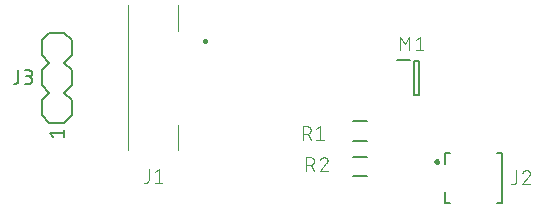
<source format=gbr>
G04 EAGLE Gerber X2 export*
%TF.Part,Single*%
%TF.FileFunction,Legend,Top,1*%
%TF.FilePolarity,Positive*%
%TF.GenerationSoftware,Autodesk,EAGLE,9.1.0*%
%TF.CreationDate,2020-08-17T16:38:24Z*%
G75*
%MOMM*%
%FSLAX34Y34*%
%LPD*%
%AMOC8*
5,1,8,0,0,1.08239X$1,22.5*%
G01*
%ADD10C,0.200000*%
%ADD11C,0.101600*%
%ADD12C,0.127000*%
%ADD13C,0.240000*%
%ADD14C,0.152400*%
%ADD15C,0.100000*%
%ADD16C,0.300000*%
%ADD17C,0.300000*%


D10*
X345750Y159500D02*
X350250Y159500D01*
X350250Y130500D01*
X345750Y130500D01*
X345750Y159500D01*
X342250Y160000D02*
X331750Y160000D01*
D11*
X334143Y168158D02*
X334143Y179842D01*
X338038Y173351D01*
X341933Y179842D01*
X341933Y168158D01*
X347366Y177246D02*
X350611Y179842D01*
X350611Y168158D01*
X347366Y168158D02*
X353857Y168158D01*
D12*
X420000Y81250D02*
X420000Y38750D01*
X416000Y38750D01*
X416000Y81250D02*
X420000Y81250D01*
X372000Y48000D02*
X372000Y38750D01*
X372000Y72000D02*
X372000Y81250D01*
X372000Y38750D02*
X376000Y38750D01*
X376000Y81250D02*
X372000Y81250D01*
D13*
X363800Y74000D02*
X363802Y74069D01*
X363808Y74138D01*
X363818Y74206D01*
X363832Y74274D01*
X363849Y74341D01*
X363871Y74407D01*
X363896Y74471D01*
X363925Y74534D01*
X363958Y74595D01*
X363994Y74654D01*
X364033Y74711D01*
X364076Y74765D01*
X364121Y74817D01*
X364170Y74867D01*
X364221Y74913D01*
X364275Y74956D01*
X364332Y74997D01*
X364390Y75033D01*
X364451Y75067D01*
X364513Y75097D01*
X364577Y75123D01*
X364642Y75145D01*
X364709Y75164D01*
X364777Y75179D01*
X364845Y75190D01*
X364914Y75197D01*
X364983Y75200D01*
X365052Y75199D01*
X365121Y75194D01*
X365189Y75185D01*
X365257Y75172D01*
X365324Y75155D01*
X365391Y75135D01*
X365455Y75110D01*
X365518Y75082D01*
X365580Y75051D01*
X365639Y75015D01*
X365697Y74977D01*
X365752Y74935D01*
X365805Y74890D01*
X365855Y74842D01*
X365902Y74792D01*
X365946Y74738D01*
X365987Y74683D01*
X366025Y74625D01*
X366059Y74565D01*
X366090Y74503D01*
X366117Y74439D01*
X366140Y74374D01*
X366160Y74308D01*
X366176Y74240D01*
X366188Y74172D01*
X366196Y74104D01*
X366200Y74035D01*
X366200Y73965D01*
X366196Y73896D01*
X366188Y73828D01*
X366176Y73760D01*
X366160Y73692D01*
X366140Y73626D01*
X366117Y73561D01*
X366090Y73497D01*
X366059Y73435D01*
X366025Y73375D01*
X365987Y73317D01*
X365946Y73262D01*
X365902Y73208D01*
X365855Y73158D01*
X365805Y73110D01*
X365752Y73065D01*
X365697Y73023D01*
X365639Y72985D01*
X365580Y72949D01*
X365518Y72918D01*
X365455Y72890D01*
X365391Y72865D01*
X365324Y72845D01*
X365257Y72828D01*
X365189Y72815D01*
X365121Y72806D01*
X365052Y72801D01*
X364983Y72800D01*
X364914Y72803D01*
X364845Y72810D01*
X364777Y72821D01*
X364709Y72836D01*
X364642Y72855D01*
X364577Y72877D01*
X364513Y72903D01*
X364451Y72933D01*
X364390Y72967D01*
X364332Y73003D01*
X364275Y73044D01*
X364221Y73087D01*
X364170Y73133D01*
X364121Y73183D01*
X364076Y73235D01*
X364033Y73289D01*
X363994Y73346D01*
X363958Y73405D01*
X363925Y73466D01*
X363896Y73529D01*
X363871Y73593D01*
X363849Y73659D01*
X363832Y73726D01*
X363818Y73794D01*
X363808Y73862D01*
X363802Y73931D01*
X363800Y74000D01*
D11*
X432250Y66771D02*
X432250Y57684D01*
X432249Y57684D02*
X432247Y57585D01*
X432241Y57485D01*
X432232Y57386D01*
X432219Y57288D01*
X432202Y57190D01*
X432181Y57092D01*
X432156Y56996D01*
X432128Y56901D01*
X432096Y56807D01*
X432061Y56714D01*
X432022Y56622D01*
X431979Y56532D01*
X431934Y56444D01*
X431884Y56357D01*
X431832Y56273D01*
X431776Y56190D01*
X431718Y56110D01*
X431656Y56032D01*
X431591Y55957D01*
X431523Y55884D01*
X431453Y55814D01*
X431380Y55746D01*
X431305Y55681D01*
X431227Y55619D01*
X431147Y55561D01*
X431064Y55505D01*
X430980Y55453D01*
X430893Y55403D01*
X430805Y55358D01*
X430715Y55315D01*
X430623Y55276D01*
X430530Y55241D01*
X430436Y55209D01*
X430341Y55181D01*
X430245Y55156D01*
X430147Y55135D01*
X430049Y55118D01*
X429951Y55105D01*
X429852Y55096D01*
X429752Y55090D01*
X429653Y55088D01*
X429653Y55087D02*
X428355Y55087D01*
X441093Y66771D02*
X441200Y66769D01*
X441306Y66763D01*
X441412Y66753D01*
X441518Y66740D01*
X441624Y66722D01*
X441728Y66701D01*
X441832Y66676D01*
X441935Y66647D01*
X442036Y66615D01*
X442136Y66578D01*
X442235Y66538D01*
X442333Y66495D01*
X442429Y66448D01*
X442523Y66397D01*
X442615Y66343D01*
X442705Y66286D01*
X442793Y66226D01*
X442878Y66162D01*
X442961Y66095D01*
X443042Y66025D01*
X443120Y65953D01*
X443196Y65877D01*
X443268Y65799D01*
X443338Y65718D01*
X443405Y65635D01*
X443469Y65550D01*
X443529Y65462D01*
X443586Y65372D01*
X443640Y65280D01*
X443691Y65186D01*
X443738Y65090D01*
X443781Y64992D01*
X443821Y64893D01*
X443858Y64793D01*
X443890Y64692D01*
X443919Y64589D01*
X443944Y64485D01*
X443965Y64381D01*
X443983Y64275D01*
X443996Y64169D01*
X444006Y64063D01*
X444012Y63957D01*
X444014Y63850D01*
X441093Y66772D02*
X440972Y66770D01*
X440851Y66764D01*
X440731Y66754D01*
X440610Y66741D01*
X440491Y66723D01*
X440371Y66702D01*
X440253Y66677D01*
X440136Y66648D01*
X440019Y66615D01*
X439904Y66579D01*
X439790Y66538D01*
X439677Y66495D01*
X439565Y66447D01*
X439456Y66396D01*
X439348Y66341D01*
X439241Y66283D01*
X439137Y66222D01*
X439035Y66157D01*
X438935Y66089D01*
X438837Y66018D01*
X438741Y65944D01*
X438648Y65867D01*
X438558Y65786D01*
X438470Y65703D01*
X438385Y65617D01*
X438302Y65528D01*
X438223Y65437D01*
X438146Y65343D01*
X438073Y65247D01*
X438003Y65149D01*
X437936Y65048D01*
X437872Y64945D01*
X437812Y64840D01*
X437755Y64733D01*
X437701Y64625D01*
X437651Y64515D01*
X437605Y64403D01*
X437562Y64290D01*
X437523Y64175D01*
X443041Y61578D02*
X443120Y61655D01*
X443196Y61736D01*
X443269Y61819D01*
X443339Y61904D01*
X443406Y61992D01*
X443470Y62082D01*
X443530Y62174D01*
X443587Y62269D01*
X443641Y62365D01*
X443692Y62463D01*
X443739Y62563D01*
X443783Y62665D01*
X443823Y62768D01*
X443859Y62872D01*
X443891Y62978D01*
X443920Y63084D01*
X443945Y63192D01*
X443967Y63300D01*
X443984Y63410D01*
X443998Y63519D01*
X444007Y63629D01*
X444013Y63740D01*
X444015Y63850D01*
X443040Y61579D02*
X437523Y55087D01*
X444014Y55087D01*
D14*
X30800Y113250D02*
X30800Y125950D01*
X37150Y132300D01*
X49850Y132300D02*
X56200Y125950D01*
X37150Y132300D02*
X30800Y138650D01*
X30800Y151350D01*
X37150Y157700D01*
X49850Y157700D02*
X56200Y151350D01*
X56200Y138650D01*
X49850Y132300D01*
X49850Y106900D02*
X37150Y106900D01*
X30800Y113250D01*
X49850Y106900D02*
X56200Y113250D01*
X56200Y125950D01*
X37150Y157700D02*
X30800Y164050D01*
X30800Y176750D01*
X37150Y183100D01*
X49850Y183100D02*
X56200Y176750D01*
X56200Y164050D01*
X49850Y157700D01*
X49850Y183100D02*
X37150Y183100D01*
D12*
X37785Y98010D02*
X40325Y94835D01*
X37785Y98010D02*
X49215Y98010D01*
X49215Y94835D02*
X49215Y101185D01*
X10706Y142465D02*
X10706Y151355D01*
X10706Y142465D02*
X10704Y142365D01*
X10698Y142266D01*
X10688Y142166D01*
X10675Y142068D01*
X10657Y141969D01*
X10636Y141872D01*
X10611Y141776D01*
X10582Y141680D01*
X10549Y141586D01*
X10513Y141493D01*
X10473Y141402D01*
X10429Y141312D01*
X10382Y141224D01*
X10332Y141138D01*
X10278Y141054D01*
X10221Y140972D01*
X10161Y140893D01*
X10097Y140815D01*
X10031Y140741D01*
X9962Y140669D01*
X9890Y140600D01*
X9816Y140534D01*
X9738Y140470D01*
X9659Y140410D01*
X9577Y140353D01*
X9493Y140299D01*
X9407Y140249D01*
X9319Y140202D01*
X9229Y140158D01*
X9138Y140118D01*
X9045Y140082D01*
X8951Y140049D01*
X8855Y140020D01*
X8759Y139995D01*
X8662Y139974D01*
X8563Y139956D01*
X8465Y139943D01*
X8365Y139933D01*
X8266Y139927D01*
X8166Y139925D01*
X6896Y139925D01*
X16115Y139925D02*
X19290Y139925D01*
X19401Y139927D01*
X19511Y139933D01*
X19622Y139942D01*
X19732Y139956D01*
X19841Y139973D01*
X19950Y139994D01*
X20058Y140019D01*
X20165Y140048D01*
X20271Y140080D01*
X20376Y140116D01*
X20479Y140156D01*
X20581Y140199D01*
X20682Y140246D01*
X20781Y140297D01*
X20877Y140350D01*
X20972Y140407D01*
X21065Y140468D01*
X21156Y140531D01*
X21245Y140598D01*
X21331Y140668D01*
X21414Y140741D01*
X21496Y140816D01*
X21574Y140894D01*
X21649Y140976D01*
X21722Y141059D01*
X21792Y141145D01*
X21859Y141234D01*
X21922Y141325D01*
X21983Y141418D01*
X22040Y141512D01*
X22093Y141609D01*
X22144Y141708D01*
X22191Y141809D01*
X22234Y141911D01*
X22274Y142014D01*
X22310Y142119D01*
X22342Y142225D01*
X22371Y142332D01*
X22396Y142440D01*
X22417Y142549D01*
X22434Y142658D01*
X22448Y142768D01*
X22457Y142879D01*
X22463Y142989D01*
X22465Y143100D01*
X22463Y143211D01*
X22457Y143321D01*
X22448Y143432D01*
X22434Y143542D01*
X22417Y143651D01*
X22396Y143760D01*
X22371Y143868D01*
X22342Y143975D01*
X22310Y144081D01*
X22274Y144186D01*
X22234Y144289D01*
X22191Y144391D01*
X22144Y144492D01*
X22093Y144591D01*
X22040Y144687D01*
X21983Y144782D01*
X21922Y144875D01*
X21859Y144966D01*
X21792Y145055D01*
X21722Y145141D01*
X21649Y145224D01*
X21574Y145306D01*
X21496Y145384D01*
X21414Y145459D01*
X21331Y145532D01*
X21245Y145602D01*
X21156Y145669D01*
X21065Y145732D01*
X20972Y145793D01*
X20878Y145850D01*
X20781Y145903D01*
X20682Y145954D01*
X20581Y146001D01*
X20479Y146044D01*
X20376Y146084D01*
X20271Y146120D01*
X20165Y146152D01*
X20058Y146181D01*
X19950Y146206D01*
X19841Y146227D01*
X19732Y146244D01*
X19622Y146258D01*
X19511Y146267D01*
X19401Y146273D01*
X19290Y146275D01*
X19925Y151355D02*
X16115Y151355D01*
X19925Y151355D02*
X20025Y151353D01*
X20124Y151347D01*
X20224Y151337D01*
X20322Y151324D01*
X20421Y151306D01*
X20518Y151285D01*
X20614Y151260D01*
X20710Y151231D01*
X20804Y151198D01*
X20897Y151162D01*
X20988Y151122D01*
X21078Y151078D01*
X21166Y151031D01*
X21252Y150981D01*
X21336Y150927D01*
X21418Y150870D01*
X21497Y150810D01*
X21575Y150746D01*
X21649Y150680D01*
X21721Y150611D01*
X21790Y150539D01*
X21856Y150465D01*
X21920Y150387D01*
X21980Y150308D01*
X22037Y150226D01*
X22091Y150142D01*
X22141Y150056D01*
X22188Y149968D01*
X22232Y149878D01*
X22272Y149787D01*
X22308Y149694D01*
X22341Y149600D01*
X22370Y149504D01*
X22395Y149408D01*
X22416Y149311D01*
X22434Y149212D01*
X22447Y149114D01*
X22457Y149014D01*
X22463Y148915D01*
X22465Y148815D01*
X22463Y148715D01*
X22457Y148616D01*
X22447Y148516D01*
X22434Y148418D01*
X22416Y148319D01*
X22395Y148222D01*
X22370Y148126D01*
X22341Y148030D01*
X22308Y147936D01*
X22272Y147843D01*
X22232Y147752D01*
X22188Y147662D01*
X22141Y147574D01*
X22091Y147488D01*
X22037Y147404D01*
X21980Y147322D01*
X21920Y147243D01*
X21856Y147165D01*
X21790Y147091D01*
X21721Y147019D01*
X21649Y146950D01*
X21575Y146884D01*
X21497Y146820D01*
X21418Y146760D01*
X21336Y146703D01*
X21252Y146649D01*
X21166Y146599D01*
X21078Y146552D01*
X20988Y146508D01*
X20897Y146468D01*
X20804Y146432D01*
X20710Y146399D01*
X20614Y146370D01*
X20518Y146345D01*
X20421Y146324D01*
X20322Y146306D01*
X20224Y146293D01*
X20124Y146283D01*
X20025Y146277D01*
X19925Y146275D01*
X17385Y146275D01*
X294300Y108300D02*
X305700Y108300D01*
X305700Y91700D02*
X294300Y91700D01*
D11*
X251908Y92308D02*
X251908Y103992D01*
X255154Y103992D01*
X255267Y103990D01*
X255380Y103984D01*
X255493Y103974D01*
X255606Y103960D01*
X255718Y103943D01*
X255829Y103921D01*
X255939Y103896D01*
X256049Y103866D01*
X256157Y103833D01*
X256264Y103796D01*
X256370Y103756D01*
X256474Y103711D01*
X256577Y103663D01*
X256678Y103612D01*
X256777Y103557D01*
X256874Y103499D01*
X256969Y103437D01*
X257062Y103372D01*
X257152Y103304D01*
X257240Y103233D01*
X257326Y103158D01*
X257409Y103081D01*
X257489Y103001D01*
X257566Y102918D01*
X257641Y102832D01*
X257712Y102744D01*
X257780Y102654D01*
X257845Y102561D01*
X257907Y102466D01*
X257965Y102369D01*
X258020Y102270D01*
X258071Y102169D01*
X258119Y102066D01*
X258164Y101962D01*
X258204Y101856D01*
X258241Y101749D01*
X258274Y101641D01*
X258304Y101531D01*
X258329Y101421D01*
X258351Y101310D01*
X258368Y101198D01*
X258382Y101085D01*
X258392Y100972D01*
X258398Y100859D01*
X258400Y100746D01*
X258398Y100633D01*
X258392Y100520D01*
X258382Y100407D01*
X258368Y100294D01*
X258351Y100182D01*
X258329Y100071D01*
X258304Y99961D01*
X258274Y99851D01*
X258241Y99743D01*
X258204Y99636D01*
X258164Y99530D01*
X258119Y99426D01*
X258071Y99323D01*
X258020Y99222D01*
X257965Y99123D01*
X257907Y99026D01*
X257845Y98931D01*
X257780Y98838D01*
X257712Y98748D01*
X257641Y98660D01*
X257566Y98574D01*
X257489Y98491D01*
X257409Y98411D01*
X257326Y98334D01*
X257240Y98259D01*
X257152Y98188D01*
X257062Y98120D01*
X256969Y98055D01*
X256874Y97993D01*
X256777Y97935D01*
X256678Y97880D01*
X256577Y97829D01*
X256474Y97781D01*
X256370Y97736D01*
X256264Y97696D01*
X256157Y97659D01*
X256049Y97626D01*
X255939Y97596D01*
X255829Y97571D01*
X255718Y97549D01*
X255606Y97532D01*
X255493Y97518D01*
X255380Y97508D01*
X255267Y97502D01*
X255154Y97500D01*
X255154Y97501D02*
X251908Y97501D01*
X255803Y97501D02*
X258399Y92308D01*
X263264Y101396D02*
X266510Y103992D01*
X266510Y92308D01*
X269755Y92308D02*
X263264Y92308D01*
D15*
X104000Y83750D02*
X104000Y206250D01*
X146000Y105000D02*
X146000Y83750D01*
X146000Y185000D02*
X146000Y206250D01*
D16*
X169000Y175000D03*
D17*
X169044Y175002D01*
X169087Y175008D01*
X169129Y175017D01*
X169171Y175030D01*
X169211Y175047D01*
X169250Y175067D01*
X169287Y175090D01*
X169321Y175117D01*
X169354Y175146D01*
X169383Y175179D01*
X169410Y175213D01*
X169433Y175250D01*
X169453Y175289D01*
X169470Y175329D01*
X169483Y175371D01*
X169492Y175413D01*
X169498Y175456D01*
X169500Y175500D01*
X169498Y175544D01*
X169492Y175587D01*
X169483Y175629D01*
X169470Y175671D01*
X169453Y175711D01*
X169433Y175750D01*
X169410Y175787D01*
X169383Y175821D01*
X169354Y175854D01*
X169321Y175883D01*
X169287Y175910D01*
X169250Y175933D01*
X169211Y175953D01*
X169171Y175970D01*
X169129Y175983D01*
X169087Y175992D01*
X169044Y175998D01*
X169000Y176000D01*
D16*
X169000Y176000D03*
D17*
X168956Y175998D01*
X168913Y175992D01*
X168871Y175983D01*
X168829Y175970D01*
X168789Y175953D01*
X168750Y175933D01*
X168713Y175910D01*
X168679Y175883D01*
X168646Y175854D01*
X168617Y175821D01*
X168590Y175787D01*
X168567Y175750D01*
X168547Y175711D01*
X168530Y175671D01*
X168517Y175629D01*
X168508Y175587D01*
X168502Y175544D01*
X168500Y175500D01*
X168502Y175456D01*
X168508Y175413D01*
X168517Y175371D01*
X168530Y175329D01*
X168547Y175289D01*
X168567Y175250D01*
X168590Y175213D01*
X168617Y175179D01*
X168646Y175146D01*
X168679Y175117D01*
X168713Y175090D01*
X168750Y175067D01*
X168789Y175047D01*
X168829Y175030D01*
X168871Y175017D01*
X168913Y175008D01*
X168956Y175002D01*
X169000Y175000D01*
D11*
X121065Y67592D02*
X121065Y58504D01*
X121063Y58405D01*
X121057Y58305D01*
X121048Y58206D01*
X121035Y58108D01*
X121018Y58010D01*
X120997Y57912D01*
X120972Y57816D01*
X120944Y57721D01*
X120912Y57627D01*
X120877Y57534D01*
X120838Y57442D01*
X120795Y57352D01*
X120750Y57264D01*
X120700Y57177D01*
X120648Y57093D01*
X120592Y57010D01*
X120534Y56930D01*
X120472Y56852D01*
X120407Y56777D01*
X120339Y56704D01*
X120269Y56634D01*
X120196Y56566D01*
X120121Y56501D01*
X120043Y56439D01*
X119963Y56381D01*
X119880Y56325D01*
X119796Y56273D01*
X119709Y56223D01*
X119621Y56178D01*
X119531Y56135D01*
X119439Y56096D01*
X119346Y56061D01*
X119252Y56029D01*
X119157Y56001D01*
X119061Y55976D01*
X118963Y55955D01*
X118865Y55938D01*
X118767Y55925D01*
X118668Y55916D01*
X118568Y55910D01*
X118469Y55908D01*
X117170Y55908D01*
X126338Y64996D02*
X129584Y67592D01*
X129584Y55908D01*
X126338Y55908D02*
X132830Y55908D01*
D12*
X294300Y61700D02*
X305700Y61700D01*
X305700Y78300D02*
X294300Y78300D01*
D11*
X254745Y77692D02*
X254745Y66008D01*
X254745Y77692D02*
X257990Y77692D01*
X258103Y77690D01*
X258216Y77684D01*
X258329Y77674D01*
X258442Y77660D01*
X258554Y77643D01*
X258665Y77621D01*
X258775Y77596D01*
X258885Y77566D01*
X258993Y77533D01*
X259100Y77496D01*
X259206Y77456D01*
X259310Y77411D01*
X259413Y77363D01*
X259514Y77312D01*
X259613Y77257D01*
X259710Y77199D01*
X259805Y77137D01*
X259898Y77072D01*
X259988Y77004D01*
X260076Y76933D01*
X260162Y76858D01*
X260245Y76781D01*
X260325Y76701D01*
X260402Y76618D01*
X260477Y76532D01*
X260548Y76444D01*
X260616Y76354D01*
X260681Y76261D01*
X260743Y76166D01*
X260801Y76069D01*
X260856Y75970D01*
X260907Y75869D01*
X260955Y75766D01*
X261000Y75662D01*
X261040Y75556D01*
X261077Y75449D01*
X261110Y75341D01*
X261140Y75231D01*
X261165Y75121D01*
X261187Y75010D01*
X261204Y74898D01*
X261218Y74785D01*
X261228Y74672D01*
X261234Y74559D01*
X261236Y74446D01*
X261234Y74333D01*
X261228Y74220D01*
X261218Y74107D01*
X261204Y73994D01*
X261187Y73882D01*
X261165Y73771D01*
X261140Y73661D01*
X261110Y73551D01*
X261077Y73443D01*
X261040Y73336D01*
X261000Y73230D01*
X260955Y73126D01*
X260907Y73023D01*
X260856Y72922D01*
X260801Y72823D01*
X260743Y72726D01*
X260681Y72631D01*
X260616Y72538D01*
X260548Y72448D01*
X260477Y72360D01*
X260402Y72274D01*
X260325Y72191D01*
X260245Y72111D01*
X260162Y72034D01*
X260076Y71959D01*
X259988Y71888D01*
X259898Y71820D01*
X259805Y71755D01*
X259710Y71693D01*
X259613Y71635D01*
X259514Y71580D01*
X259413Y71529D01*
X259310Y71481D01*
X259206Y71436D01*
X259100Y71396D01*
X258993Y71359D01*
X258885Y71326D01*
X258775Y71296D01*
X258665Y71271D01*
X258554Y71249D01*
X258442Y71232D01*
X258329Y71218D01*
X258216Y71208D01*
X258103Y71202D01*
X257990Y71200D01*
X257990Y71201D02*
X254745Y71201D01*
X258639Y71201D02*
X261236Y66008D01*
X272592Y74771D02*
X272590Y74878D01*
X272584Y74984D01*
X272574Y75090D01*
X272561Y75196D01*
X272543Y75302D01*
X272522Y75406D01*
X272497Y75510D01*
X272468Y75613D01*
X272436Y75714D01*
X272399Y75814D01*
X272359Y75913D01*
X272316Y76011D01*
X272269Y76107D01*
X272218Y76201D01*
X272164Y76293D01*
X272107Y76383D01*
X272047Y76471D01*
X271983Y76556D01*
X271916Y76639D01*
X271846Y76720D01*
X271774Y76798D01*
X271698Y76874D01*
X271620Y76946D01*
X271539Y77016D01*
X271456Y77083D01*
X271371Y77147D01*
X271283Y77207D01*
X271193Y77264D01*
X271101Y77318D01*
X271007Y77369D01*
X270911Y77416D01*
X270813Y77459D01*
X270714Y77499D01*
X270614Y77536D01*
X270513Y77568D01*
X270410Y77597D01*
X270306Y77622D01*
X270202Y77643D01*
X270096Y77661D01*
X269990Y77674D01*
X269884Y77684D01*
X269778Y77690D01*
X269671Y77692D01*
X269550Y77690D01*
X269429Y77684D01*
X269309Y77674D01*
X269188Y77661D01*
X269069Y77643D01*
X268949Y77622D01*
X268831Y77597D01*
X268714Y77568D01*
X268597Y77535D01*
X268482Y77499D01*
X268368Y77458D01*
X268255Y77415D01*
X268143Y77367D01*
X268034Y77316D01*
X267926Y77261D01*
X267819Y77203D01*
X267715Y77142D01*
X267613Y77077D01*
X267513Y77009D01*
X267415Y76938D01*
X267319Y76864D01*
X267226Y76787D01*
X267136Y76706D01*
X267048Y76623D01*
X266963Y76537D01*
X266880Y76448D01*
X266801Y76357D01*
X266724Y76263D01*
X266651Y76167D01*
X266581Y76069D01*
X266514Y75968D01*
X266450Y75865D01*
X266390Y75760D01*
X266333Y75653D01*
X266279Y75545D01*
X266229Y75435D01*
X266183Y75323D01*
X266140Y75210D01*
X266101Y75095D01*
X271619Y72499D02*
X271698Y72576D01*
X271774Y72657D01*
X271847Y72740D01*
X271917Y72825D01*
X271984Y72913D01*
X272048Y73003D01*
X272108Y73095D01*
X272165Y73190D01*
X272219Y73286D01*
X272270Y73384D01*
X272317Y73484D01*
X272361Y73586D01*
X272401Y73689D01*
X272437Y73793D01*
X272469Y73899D01*
X272498Y74005D01*
X272523Y74113D01*
X272545Y74221D01*
X272562Y74331D01*
X272576Y74440D01*
X272585Y74550D01*
X272591Y74661D01*
X272593Y74771D01*
X271618Y72499D02*
X266101Y66008D01*
X272592Y66008D01*
M02*

</source>
